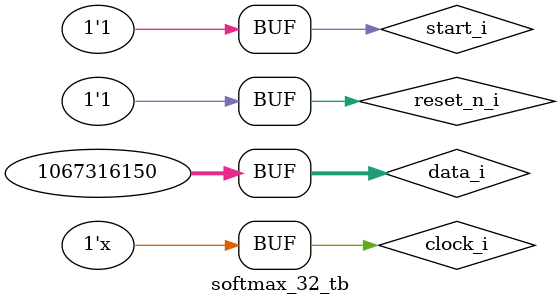
<source format=v>
module softmax_32_tb();
    parameter                           data_size = 32                                                          ;
    parameter                           number_of_data = 10                                                     ;

    reg                                 clock_i                                                                 ;
    reg                                 reset_n_i                                                               ;
    reg                                 start_i                                                                 ;
    reg             [data_size - 1:0]   data_i                                                                  ;
    
    wire                                exp_2_data_valid_o                                                      ;
    wire            [data_size - 1:0]   exp_2_data_o                                                            ;
    top_block top(
        //input
        .clock_i(clock_i)                                                                                       ,
        .reset_n_i(reset_n_i)                                                                                   ,
        .start_i(start_i)                                                                                       ,
        .data_i(data_i)                                                                                         ,

        //output
        .exp_2_data_valid_o(exp_2_data_valid_o)                                                                 ,
        .exp_2_data_o(exp_2_data_o)
    );

    initial 
    begin
        clock_i = 0                                                                                             ;
        reset_n_i = 0                                                                                           ;
        start_i = 0                                                                                             ;
        data_i = 0                                                                                              ;
        
        #30
        reset_n_i = 1                                                                                           ;
        #20 
        start_i = 1                                                                                             ;
        
        data_i = 32'hC05060D2                                                                                   ; // -3.2559
        #10 
        data_i = 32'h40A5D0A4                                                                                   ; // 5.1817
        #10
        data_i = 32'hBF3A1674                                                                                   ; // -0.7269
        #10
        data_i = 32'h401D24F6                                                                                   ; // 2.45538
        #10
        data_i = 32'hBE3BD70A                                                                                   ; // -0.1834
        #10
        data_i = 32'h3F461F7D                                                                                   ; // 0.7739
        #10
        data_i = 32'hC0350DF4                                                                                   ; // -2.8289
        #10
        data_i = 32'h40BEEE67                                                                                   ; // 5.9666
        #10
        data_i = 32'hC0A6D2C4                                                                                   ; // -5.21322
        #10
        data_i = 32'h3F9DF3B6                                                                                   ; // 1.233999


    end
    always #5 clock_i = ~clock_i                                                                                ;
endmodule

</source>
